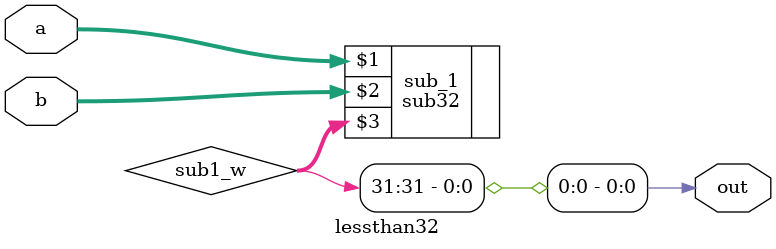
<source format=v>
module lessthan32 (a, b, out);
input [31:0] a;
input [31:0] b;
output [31:0] out;

wire [31:0] sub1_w;

localparam one = 1'b1;

sub32 sub_1(a, b, sub1_w);
and and_1(out[0], sub1_w[31], one);

endmodule
</source>
